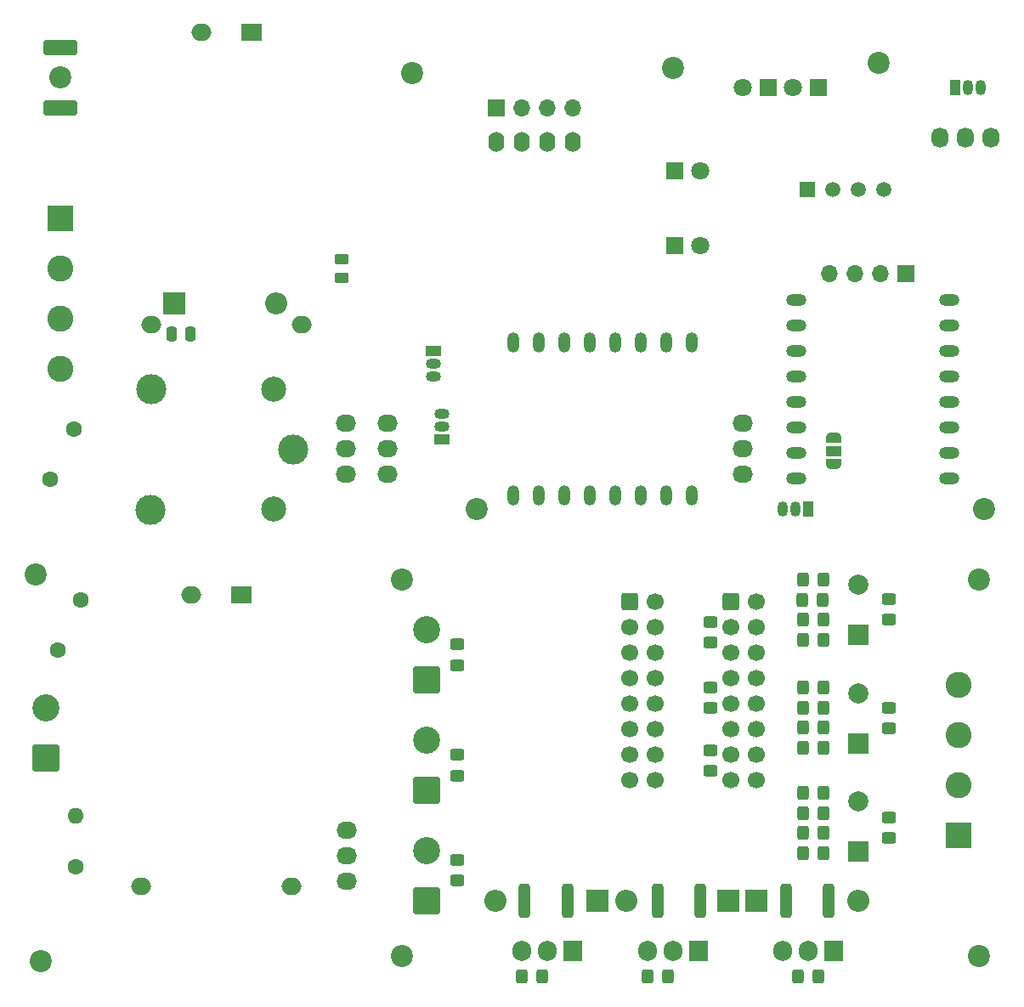
<source format=gbs>
G04 #@! TF.GenerationSoftware,KiCad,Pcbnew,8.0.6*
G04 #@! TF.CreationDate,2024-12-29T21:13:16+01:00*
G04 #@! TF.ProjectId,HomeAutomationESP32C2mini_2024_2,486f6d65-4175-4746-9f6d-6174696f6e45,rev?*
G04 #@! TF.SameCoordinates,Original*
G04 #@! TF.FileFunction,Soldermask,Bot*
G04 #@! TF.FilePolarity,Negative*
%FSLAX46Y46*%
G04 Gerber Fmt 4.6, Leading zero omitted, Abs format (unit mm)*
G04 Created by KiCad (PCBNEW 8.0.6) date 2024-12-29 21:13:16*
%MOMM*%
%LPD*%
G01*
G04 APERTURE LIST*
G04 Aperture macros list*
%AMRoundRect*
0 Rectangle with rounded corners*
0 $1 Rounding radius*
0 $2 $3 $4 $5 $6 $7 $8 $9 X,Y pos of 4 corners*
0 Add a 4 corners polygon primitive as box body*
4,1,4,$2,$3,$4,$5,$6,$7,$8,$9,$2,$3,0*
0 Add four circle primitives for the rounded corners*
1,1,$1+$1,$2,$3*
1,1,$1+$1,$4,$5*
1,1,$1+$1,$6,$7*
1,1,$1+$1,$8,$9*
0 Add four rect primitives between the rounded corners*
20,1,$1+$1,$2,$3,$4,$5,0*
20,1,$1+$1,$4,$5,$6,$7,0*
20,1,$1+$1,$6,$7,$8,$9,0*
20,1,$1+$1,$8,$9,$2,$3,0*%
%AMFreePoly0*
4,1,19,0.550000,-0.750000,0.000000,-0.750000,0.000000,-0.744911,-0.071157,-0.744911,-0.207708,-0.704816,-0.327430,-0.627875,-0.420627,-0.520320,-0.479746,-0.390866,-0.500000,-0.250000,-0.500000,0.250000,-0.479746,0.390866,-0.420627,0.520320,-0.327430,0.627875,-0.207708,0.704816,-0.071157,0.744911,0.000000,0.744911,0.000000,0.750000,0.550000,0.750000,0.550000,-0.750000,0.550000,-0.750000,
$1*%
%AMFreePoly1*
4,1,19,0.000000,0.744911,0.071157,0.744911,0.207708,0.704816,0.327430,0.627875,0.420627,0.520320,0.479746,0.390866,0.500000,0.250000,0.500000,-0.250000,0.479746,-0.390866,0.420627,-0.520320,0.327430,-0.627875,0.207708,-0.704816,0.071157,-0.744911,0.000000,-0.744911,0.000000,-0.750000,-0.550000,-0.750000,-0.550000,0.750000,0.000000,0.750000,0.000000,0.744911,0.000000,0.744911,
$1*%
G04 Aperture macros list end*
%ADD10RoundRect,0.250000X0.450000X-0.262500X0.450000X0.262500X-0.450000X0.262500X-0.450000X-0.262500X0*%
%ADD11C,2.200000*%
%ADD12RoundRect,0.250000X0.450000X-0.325000X0.450000X0.325000X-0.450000X0.325000X-0.450000X-0.325000X0*%
%ADD13RoundRect,0.250000X-0.450000X0.325000X-0.450000X-0.325000X0.450000X-0.325000X0.450000X0.325000X0*%
%ADD14RoundRect,0.250000X-0.600000X-0.600000X0.600000X-0.600000X0.600000X0.600000X-0.600000X0.600000X0*%
%ADD15C,1.700000*%
%ADD16R,2.200000X2.200000*%
%ADD17O,2.200000X2.200000*%
%ADD18C,3.000000*%
%ADD19C,2.500000*%
%ADD20R,1.800000X1.800000*%
%ADD21C,1.800000*%
%ADD22O,1.727200X2.032000*%
%ADD23R,1.905000X2.000000*%
%ADD24O,1.905000X2.000000*%
%ADD25R,2.000000X1.700000*%
%ADD26O,2.000000X1.700000*%
%ADD27RoundRect,0.250001X1.099999X-1.099999X1.099999X1.099999X-1.099999X1.099999X-1.099999X-1.099999X0*%
%ADD28C,2.700000*%
%ADD29C,1.600000*%
%ADD30O,1.600000X1.600000*%
%ADD31R,1.500000X1.500000*%
%ADD32C,1.500000*%
%ADD33R,2.600000X2.600000*%
%ADD34C,2.600000*%
%ADD35O,1.200000X2.000000*%
%ADD36R,1.700000X1.700000*%
%ADD37O,1.700000X1.700000*%
%ADD38R,2.000000X2.000000*%
%ADD39C,2.000000*%
%ADD40O,2.000000X1.200000*%
%ADD41O,2.032000X1.727200*%
%ADD42R,1.500000X1.050000*%
%ADD43O,1.500000X1.050000*%
%ADD44R,1.050000X1.500000*%
%ADD45O,1.050000X1.500000*%
%ADD46O,1.600000X2.000000*%
%ADD47RoundRect,0.249999X1.425001X-0.512501X1.425001X0.512501X-1.425001X0.512501X-1.425001X-0.512501X0*%
%ADD48RoundRect,0.250000X-0.325000X-0.450000X0.325000X-0.450000X0.325000X0.450000X-0.325000X0.450000X0*%
%ADD49FreePoly0,270.000000*%
%ADD50R,1.500000X1.000000*%
%ADD51FreePoly1,270.000000*%
%ADD52RoundRect,0.250000X-0.312500X-1.450000X0.312500X-1.450000X0.312500X1.450000X-0.312500X1.450000X0*%
%ADD53RoundRect,0.250000X-0.250000X-0.475000X0.250000X-0.475000X0.250000X0.475000X-0.250000X0.475000X0*%
%ADD54RoundRect,0.250000X0.325000X0.450000X-0.325000X0.450000X-0.325000X-0.450000X0.325000X-0.450000X0*%
G04 APERTURE END LIST*
D10*
X83000000Y-78912500D03*
X83000000Y-77087500D03*
D11*
X53000000Y-147000000D03*
X96500000Y-102000000D03*
X147000000Y-102000000D03*
D12*
X119750000Y-128050000D03*
X119750000Y-126000000D03*
D13*
X119750000Y-119725000D03*
X119750000Y-121775000D03*
D12*
X119750000Y-115300000D03*
X119750000Y-113250000D03*
D14*
X121750000Y-111220000D03*
D15*
X124290000Y-111220000D03*
X121750000Y-113760000D03*
X124290000Y-113760000D03*
X121750000Y-116300000D03*
X124290000Y-116300000D03*
X121750000Y-118840000D03*
X124290000Y-118840000D03*
X121750000Y-121380000D03*
X124290000Y-121380000D03*
X121750000Y-123920000D03*
X124290000Y-123920000D03*
X121750000Y-126460000D03*
X124290000Y-126460000D03*
X121750000Y-129000000D03*
X124290000Y-129000000D03*
D14*
X111725000Y-111220000D03*
D15*
X114265000Y-111220000D03*
X111725000Y-113760000D03*
X114265000Y-113760000D03*
X111725000Y-116300000D03*
X114265000Y-116300000D03*
X111725000Y-118840000D03*
X114265000Y-118840000D03*
X111725000Y-121380000D03*
X114265000Y-121380000D03*
X111725000Y-123920000D03*
X114265000Y-123920000D03*
X111725000Y-126460000D03*
X114265000Y-126460000D03*
X111725000Y-129000000D03*
X114265000Y-129000000D03*
D16*
X121500000Y-141000000D03*
D17*
X111340000Y-141000000D03*
D16*
X124340000Y-141000000D03*
D17*
X134500000Y-141000000D03*
D11*
X146500000Y-146500000D03*
D18*
X78150000Y-96050000D03*
D19*
X76200000Y-90000000D03*
D18*
X64000000Y-90000000D03*
X63950000Y-102050000D03*
D19*
X76200000Y-102000000D03*
D20*
X125540000Y-60000000D03*
D21*
X123000000Y-60000000D03*
D22*
X147730000Y-65000000D03*
X145190000Y-65000000D03*
X142650000Y-65000000D03*
D23*
X106040000Y-146000000D03*
D24*
X103500000Y-146000000D03*
X100960000Y-146000000D03*
D25*
X74000000Y-54502500D03*
D26*
X69000000Y-54502500D03*
X79000000Y-83582500D03*
X64000000Y-83582500D03*
D27*
X91500000Y-141000000D03*
D28*
X91500000Y-136000000D03*
D29*
X56500000Y-137580000D03*
D30*
X56500000Y-132500000D03*
D31*
X129380000Y-70100000D03*
D32*
X131920000Y-70100000D03*
X134460000Y-70100000D03*
X137000000Y-70100000D03*
D11*
X89000000Y-146500000D03*
D23*
X132000000Y-146000000D03*
D24*
X129460000Y-146000000D03*
X126920000Y-146000000D03*
D33*
X55000000Y-73000000D03*
D34*
X55000000Y-78000000D03*
X55000000Y-83000000D03*
X55000000Y-88000000D03*
D20*
X116225000Y-68250000D03*
D21*
X118765000Y-68250000D03*
D35*
X117890000Y-85380000D03*
X115350000Y-85380000D03*
X112810000Y-85380000D03*
X110270000Y-85380000D03*
X107730000Y-85380000D03*
X105190000Y-85380000D03*
X102650000Y-85380000D03*
X100110000Y-85380000D03*
X100110000Y-100620000D03*
X102650000Y-100620000D03*
X105190000Y-100620000D03*
X107730000Y-100620000D03*
X110270000Y-100620000D03*
X112810000Y-100620000D03*
X115350000Y-100620000D03*
X117890000Y-100620000D03*
D36*
X98420000Y-62000000D03*
D37*
X100960000Y-62000000D03*
X103500000Y-62000000D03*
X106040000Y-62000000D03*
D23*
X118540000Y-146000000D03*
D24*
X116000000Y-146000000D03*
X113460000Y-146000000D03*
D33*
X144500000Y-134500000D03*
D34*
X144500000Y-129500000D03*
X144500000Y-124500000D03*
X144500000Y-119500000D03*
D29*
X57000000Y-111000000D03*
X54700000Y-116000000D03*
D38*
X134500000Y-125316161D03*
D39*
X134500000Y-120316161D03*
D11*
X52500000Y-108500000D03*
D40*
X128260000Y-81110000D03*
X128260000Y-83650000D03*
X128260000Y-86190000D03*
X128260000Y-88730000D03*
X128260000Y-91270000D03*
X128260000Y-93810000D03*
X128260000Y-96350000D03*
X128260000Y-98890000D03*
X143500000Y-98890000D03*
X143500000Y-96350000D03*
X143500000Y-93810000D03*
X143500000Y-91270000D03*
X143500000Y-88730000D03*
X143500000Y-86190000D03*
X143500000Y-83650000D03*
X143500000Y-81110000D03*
D41*
X83500000Y-134000000D03*
X83500000Y-136540000D03*
X83500000Y-139080000D03*
D38*
X134500000Y-114500000D03*
D39*
X134500000Y-109500000D03*
D25*
X73000000Y-110500000D03*
D26*
X68000000Y-110500000D03*
X78000000Y-139580000D03*
X63000000Y-139580000D03*
D42*
X92140000Y-86230000D03*
D43*
X92140000Y-87500000D03*
X92140000Y-88770000D03*
D44*
X129500000Y-102000000D03*
D45*
X128230000Y-102000000D03*
X126960000Y-102000000D03*
D11*
X146500000Y-109000000D03*
D20*
X130540000Y-60000000D03*
D21*
X128000000Y-60000000D03*
D46*
X98380000Y-65400000D03*
X100920000Y-65400000D03*
X103460000Y-65400000D03*
X106000000Y-65400000D03*
D11*
X55000000Y-58987500D03*
X89000000Y-109000000D03*
X136500000Y-57500000D03*
X90000000Y-58500000D03*
D27*
X53500000Y-126777500D03*
D28*
X53500000Y-121777500D03*
D42*
X93000000Y-95040000D03*
D43*
X93000000Y-93770000D03*
X93000000Y-92500000D03*
D36*
X139190000Y-78500000D03*
D37*
X136650000Y-78500000D03*
X134110000Y-78500000D03*
X131570000Y-78500000D03*
D20*
X116225000Y-75750000D03*
D21*
X118765000Y-75750000D03*
D16*
X108500000Y-141000000D03*
D17*
X98340000Y-141000000D03*
D27*
X91500000Y-119000000D03*
D28*
X91500000Y-114000000D03*
D27*
X91500000Y-130000000D03*
D28*
X91500000Y-125000000D03*
D44*
X144150000Y-60000000D03*
D45*
X145420000Y-60000000D03*
X146690000Y-60000000D03*
D38*
X134500000Y-136132323D03*
D39*
X134500000Y-131132323D03*
D11*
X116000000Y-58000000D03*
D47*
X55000000Y-61975000D03*
X55000000Y-56000000D03*
D29*
X54000000Y-99000000D03*
X56300000Y-94000000D03*
D48*
X128950000Y-115000000D03*
X131000000Y-115000000D03*
D49*
X132000000Y-94900000D03*
D50*
X132000000Y-96200000D03*
D51*
X132000000Y-97500000D03*
D13*
X137500000Y-110950000D03*
X137500000Y-113000000D03*
D52*
X114500000Y-141000000D03*
X118775000Y-141000000D03*
X101225000Y-141000000D03*
X105500000Y-141000000D03*
D13*
X137500000Y-121750000D03*
X137500000Y-123800000D03*
D48*
X128950000Y-113000000D03*
X131000000Y-113000000D03*
D41*
X123000000Y-93460000D03*
X123000000Y-96000000D03*
X123000000Y-98540000D03*
D13*
X94500000Y-115475000D03*
X94500000Y-117525000D03*
D48*
X128975000Y-119750000D03*
X131025000Y-119750000D03*
X128950000Y-136250000D03*
X131000000Y-136250000D03*
X128950000Y-109000000D03*
X131000000Y-109000000D03*
D12*
X94500000Y-128525000D03*
X94500000Y-126475000D03*
D48*
X128975000Y-121750000D03*
X131025000Y-121750000D03*
D16*
X66340000Y-81500000D03*
D17*
X76500000Y-81500000D03*
D52*
X127250000Y-141000000D03*
X131525000Y-141000000D03*
D48*
X128950000Y-134250000D03*
X131000000Y-134250000D03*
X129000000Y-123750000D03*
X131050000Y-123750000D03*
D41*
X83400000Y-93460000D03*
X83400000Y-96000000D03*
X83400000Y-98540000D03*
D13*
X137500000Y-132700000D03*
X137500000Y-134750000D03*
D41*
X87600000Y-93420000D03*
X87600000Y-95960000D03*
X87600000Y-98500000D03*
D53*
X67950000Y-84500000D03*
X66050000Y-84500000D03*
D54*
X130500000Y-148500000D03*
X128450000Y-148500000D03*
D48*
X128900000Y-111000000D03*
X130950000Y-111000000D03*
X128975000Y-125750000D03*
X131025000Y-125750000D03*
D12*
X94500000Y-139000000D03*
X94500000Y-136950000D03*
D48*
X128950000Y-130250000D03*
X131000000Y-130250000D03*
X100950000Y-148500000D03*
X103000000Y-148500000D03*
X128950000Y-132250000D03*
X131000000Y-132250000D03*
X113500000Y-148500000D03*
X115550000Y-148500000D03*
M02*

</source>
